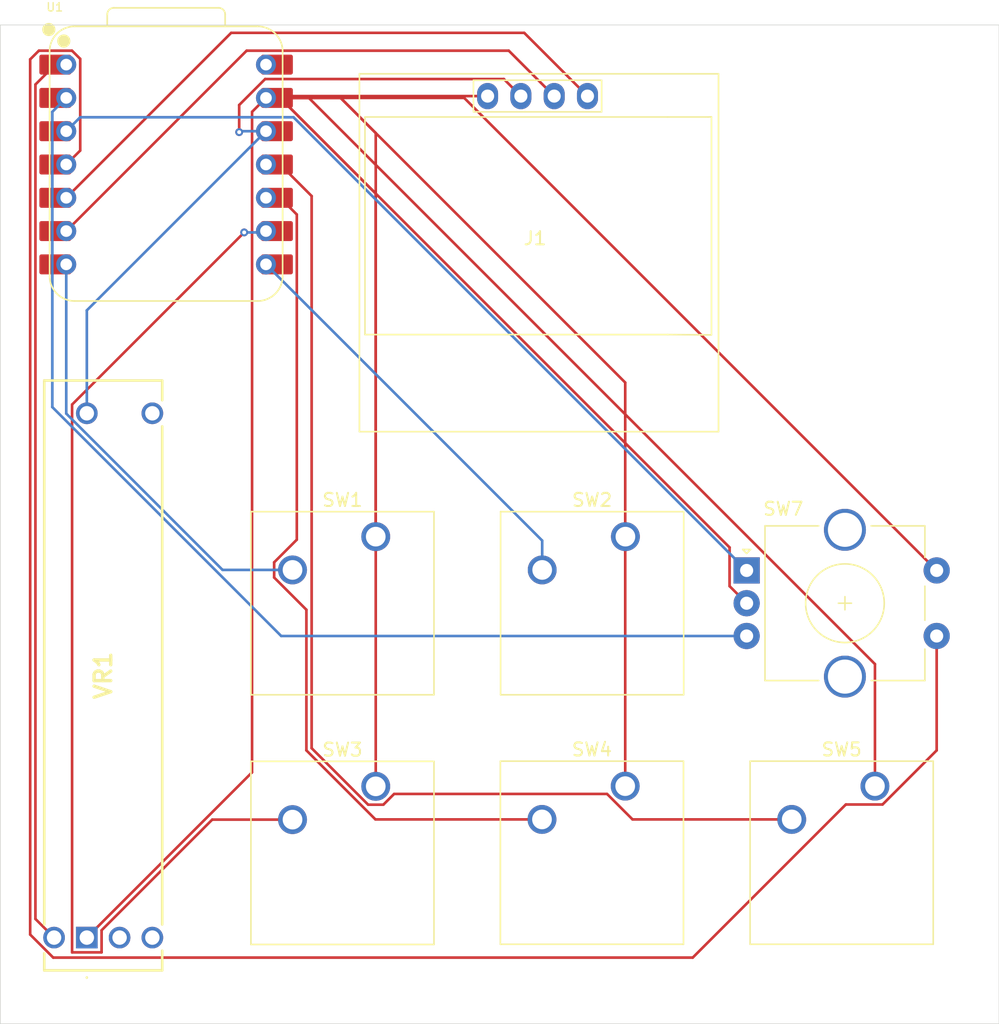
<source format=kicad_pcb>
(kicad_pcb (version 20241229) (generator "pcbnew") (generator_version "9.0")
  (layers (0 "F.Cu" signal) (2 "B.Cu" signal) (13 "F.Paste" user) (15 "B.Paste" user) (5 "F.SilkS" user "F.Silkscreen") (7 "B.SilkS" user "B.Silkscreen") (1 "F.Mask" user) (3 "B.Mask" user) (25 "Edge.Cuts" user))
  (net 0 "")
  (net 1 "Net-(J1-Pin_3)")
  (net 2 "GND")
  (net 3 "Net-(J1-Pin_4)")
  (net 4 "+3.3V")
  (net 5 "Net-(U1-GPIO0{slash}TX)")
  (net 6 "Net-(U1-GPIO1{slash}RX)")
  (net 7 "Net-(U1-GPIO2{slash}SCK)")
  (net 8 "Net-(U1-GPIO4{slash}MISO)")
  (net 9 "Net-(U1-GPIO3{slash}MOSI)")
  (net 10 "Net-(U1-GPIO28{slash}ADC2{slash}A2)")
  (net 11 "Net-(U1-GPIO29{slash}ADC3{slash}A3)")
  (net 12 "Net-(U1-GPIO27{slash}ADC1{slash}A1)")
  (net 13 "Net-(U1-GPIO26{slash}ADC0{slash}A0)")
  (footprint "pot:PTL3015R1104B2" (layer "F.Cu") (at 106.6 103.625 90)
    (property "Reference" "VR1" (at 20 1.25 90) (layer "F.SilkS") (effects (font (size 1.27 1.27) (thickness 0.254))))
    (property "Value" "PTL30-15R1-104B2" (hide yes))
    (fp_line (start 42.5 -3.25) (end 42.5 5.75) (stroke (width 0.2)) (layer "F.SilkS"))
    (fp_line (start 1 -3.25) (end 42.5 -3.25) (stroke (width 0.2)) (layer "F.SilkS"))
    (fp_line (start -1.2 -3.25) (end -2.5 -3.25) (stroke (width 0.2)) (layer "F.SilkS"))
    (fp_line (start -2.5 -3.25) (end -2.5 5.75) (stroke (width 0.2)) (layer "F.SilkS"))
    (fp_line (start -3 0) (end -3 0) (stroke (width 0.1)) (layer "F.SilkS"))
    (fp_line (start -3.1 0) (end -3.1 0) (stroke (width 0.1)) (layer "F.SilkS"))
    (fp_line (start 42.5 5.75) (end 41 5.75) (stroke (width 0.2)) (layer "F.SilkS"))
    (fp_line (start 39 5.75) (end 1 5.75) (stroke (width 0.2)) (layer "F.SilkS"))
    (fp_line (start -2.5 5.75) (end -1 5.75) (stroke (width 0.2)) (layer "F.SilkS"))
    (fp_arc (start -3 0) (mid -3.05 0.05) (end -3.1 0) (stroke (width 0.1)) (layer "F.SilkS"))
    (fp_arc (start -3.1 0) (mid -3.05 -0.05) (end -3 0) (stroke (width 0.1)) (layer "F.SilkS"))
    (pad "1" thru_hole rect (at 0 0 90) (size 1.65 1.65) (drill 1.1) (layers "*.Cu" "*.Mask") (net 2 "GND"))
    (pad "2" thru_hole circle (at 0 -2.5 90) (size 1.65 1.65) (drill 1.1) (layers "*.Cu" "*.Mask") (net 13 "Net-(U1-GPIO26{slash}ADC0{slash}A0)"))
    (pad "3" thru_hole circle (at 40 0 90) (size 1.65 1.65) (drill 1.1) (layers "*.Cu" "*.Mask") (net 4 "+3.3V"))
    (pad "B1" thru_hole circle (at 40 5 90) (size 1.65 1.65) (drill 1.1) (layers "*.Cu" "*.Mask"))
    (pad "E1" thru_hole circle (at 0 5 90) (size 1.65 1.65) (drill 1.1) (layers "*.Cu" "*.Mask"))
    (pad "L1" thru_hole circle (at 0 2.5 90) (size 1.65 1.65) (drill 1.1) (layers "*.Cu" "*.Mask"))
  )
  (footprint "Personal:SW_Cherry_MX_1.00u_PCB_SWITCHON" (layer "F.Cu") (at 128.645 73.035)
    (property "Reference" "SW1" (at -2.54 -2.794 0) (layer "F.SilkS"))
    (property "Value" "SW_Push_45deg")
    (fp_line (start -9.525 -1.905) (end 4.445 -1.905) (stroke (width 0.12)) (layer "F.SilkS"))
    (fp_line (start -9.525 12.065) (end -9.525 -1.905) (stroke (width 0.12)) (layer "F.SilkS"))
    (fp_line (start 4.445 -1.905) (end 4.445 12.065) (stroke (width 0.12)) (layer "F.SilkS"))
    (fp_line (start 4.445 12.065) (end -9.525 12.065) (stroke (width 0.12)) (layer "F.SilkS"))
    (pad "" np_thru_hole circle (at -7.62 5.08) (size 1.7 1.7) (drill 1.7) (layers "*.Cu" "*.Mask"))
    (pad "" np_thru_hole circle (at -2.54 5.08) (size 4 4) (drill 4) (layers "*.Cu" "*.Mask"))
    (pad "" np_thru_hole circle (at 2.54 5.08) (size 1.7 1.7) (drill 1.7) (layers "*.Cu" "*.Mask"))
    (pad "1" thru_hole circle (at 0 0) (size 2.2 2.2) (drill 1.5) (layers "*.Cu" "*.Mask") (net 2 "GND"))
    (pad "2" thru_hole circle (at -6.35 2.54) (size 2.2 2.2) (drill 1.5) (layers "*.Cu" "*.Mask") (net 5 "Net-(U1-GPIO0{slash}TX)"))
  )
  (footprint "Rotary_Encoder:RotaryEncoder_Alps_EC11E-Switch_Vertical_H20mm_CircularMountingHoles" (layer "F.Cu") (at 156.945 75.615)
    (property "Reference" "SW7" (at 2.8 -4.7 0) (layer "F.SilkS"))
    (property "Value" "RotaryEncoder_Switch")
    (fp_line (start -0.3 -1.6) (end 0.3 -1.6) (stroke (width 0.12)) (layer "F.SilkS"))
    (fp_line (start 0 -1.3) (end -0.3 -1.6) (stroke (width 0.12)) (layer "F.SilkS"))
    (fp_line (start 0.3 -1.6) (end 0 -1.3) (stroke (width 0.12)) (layer "F.SilkS"))
    (fp_line (start 1.4 -3.4) (end 1.4 8.4) (stroke (width 0.12)) (layer "F.SilkS"))
    (fp_line (start 5.5 -3.4) (end 1.4 -3.4) (stroke (width 0.12)) (layer "F.SilkS"))
    (fp_line (start 5.5 8.4) (end 1.4 8.4) (stroke (width 0.12)) (layer "F.SilkS"))
    (fp_line (start 7 2.5) (end 8 2.5) (stroke (width 0.12)) (layer "F.SilkS"))
    (fp_line (start 7.5 2) (end 7.5 3) (stroke (width 0.12)) (layer "F.SilkS"))
    (fp_line (start 9.5 -3.4) (end 13.6 -3.4) (stroke (width 0.12)) (layer "F.SilkS"))
    (fp_line (start 13.6 -3.4) (end 13.6 -1) (stroke (width 0.12)) (layer "F.SilkS"))
    (fp_line (start 13.6 1.2) (end 13.6 3.8) (stroke (width 0.12)) (layer "F.SilkS"))
    (fp_line (start 13.6 6) (end 13.6 8.4) (stroke (width 0.12)) (layer "F.SilkS"))
    (fp_line (start 13.6 8.4) (end 9.5 8.4) (stroke (width 0.12)) (layer "F.SilkS"))
    (fp_circle (center 7.5 2.5) (end 10.5 2.5) (stroke (width 0.12)) (fill no) (layer "F.SilkS"))
    (pad "A" thru_hole rect (at 0 0) (size 2 2) (drill 1) (layers "*.Cu" "*.Mask") (net 10 "Net-(U1-GPIO28{slash}ADC2{slash}A2)"))
    (pad "B" thru_hole circle (at 0 5) (size 2 2) (drill 1) (layers "*.Cu" "*.Mask") (net 12 "Net-(U1-GPIO27{slash}ADC1{slash}A1)"))
    (pad "C" thru_hole circle (at 0 2.5) (size 2 2) (drill 1) (layers "*.Cu" "*.Mask") (net 2 "GND"))
    (pad "MP" thru_hole circle (at 7.5 -3.1) (size 3.2 3.2) (drill 2.6) (layers "*.Cu" "*.Mask"))
    (pad "MP" thru_hole circle (at 7.5 8.1) (size 3.2 3.2) (drill 2.6) (layers "*.Cu" "*.Mask"))
    (pad "S1" thru_hole circle (at 14.5 5) (size 2 2) (drill 1) (layers "*.Cu" "*.Mask") (net 11 "Net-(U1-GPIO29{slash}ADC3{slash}A3)"))
    (pad "S2" thru_hole circle (at 14.5 0) (size 2 2) (drill 1) (layers "*.Cu" "*.Mask") (net 2 "GND"))
  )
  (footprint "Personal:SW_Cherry_MX_1.00u_PCB_SWITCHON" (layer "F.Cu") (at 128.645 92.085)
    (property "Reference" "SW3" (at -2.54 -2.794 0) (layer "F.SilkS"))
    (property "Value" "SW_Push_45deg")
    (fp_line (start -9.525 -1.905) (end 4.445 -1.905) (stroke (width 0.12)) (layer "F.SilkS"))
    (fp_line (start -9.525 12.065) (end -9.525 -1.905) (stroke (width 0.12)) (layer "F.SilkS"))
    (fp_line (start 4.445 -1.905) (end 4.445 12.065) (stroke (width 0.12)) (layer "F.SilkS"))
    (fp_line (start 4.445 12.065) (end -9.525 12.065) (stroke (width 0.12)) (layer "F.SilkS"))
    (pad "" np_thru_hole circle (at -7.62 5.08) (size 1.7 1.7) (drill 1.7) (layers "*.Cu" "*.Mask"))
    (pad "" np_thru_hole circle (at -2.54 5.08) (size 4 4) (drill 4) (layers "*.Cu" "*.Mask"))
    (pad "" np_thru_hole circle (at 2.54 5.08) (size 1.7 1.7) (drill 1.7) (layers "*.Cu" "*.Mask"))
    (pad "1" thru_hole circle (at 0 0) (size 2.2 2.2) (drill 1.5) (layers "*.Cu" "*.Mask") (net 2 "GND"))
    (pad "2" thru_hole circle (at -6.35 2.54) (size 2.2 2.2) (drill 1.5) (layers "*.Cu" "*.Mask") (net 7 "Net-(U1-GPIO2{slash}SCK)"))
  )
  (footprint "Personal:SW_Cherry_MX_1.00u_PCB_SWITCHON" (layer "F.Cu") (at 147.695 73.035)
    (property "Reference" "SW2" (at -2.54 -2.794 0) (layer "F.SilkS"))
    (property "Value" "SW_Push_45deg")
    (fp_line (start -9.525 -1.905) (end 4.445 -1.905) (stroke (width 0.12)) (layer "F.SilkS"))
    (fp_line (start -9.525 12.065) (end -9.525 -1.905) (stroke (width 0.12)) (layer "F.SilkS"))
    (fp_line (start 4.445 -1.905) (end 4.445 12.065) (stroke (width 0.12)) (layer "F.SilkS"))
    (fp_line (start 4.445 12.065) (end -9.525 12.065) (stroke (width 0.12)) (layer "F.SilkS"))
    (pad "" np_thru_hole circle (at -7.62 5.08) (size 1.7 1.7) (drill 1.7) (layers "*.Cu" "*.Mask"))
    (pad "" np_thru_hole circle (at -2.54 5.08) (size 4 4) (drill 4) (layers "*.Cu" "*.Mask"))
    (pad "" np_thru_hole circle (at 2.54 5.08) (size 1.7 1.7) (drill 1.7) (layers "*.Cu" "*.Mask"))
    (pad "1" thru_hole circle (at 0 0) (size 2.2 2.2) (drill 1.5) (layers "*.Cu" "*.Mask") (net 2 "GND"))
    (pad "2" thru_hole circle (at -6.35 2.54) (size 2.2 2.2) (drill 1.5) (layers "*.Cu" "*.Mask") (net 6 "Net-(U1-GPIO1{slash}RX)"))
  )
  (footprint "xiao:XIAO-RP2040-DIP" (layer "F.Cu") (at 112.65 44.6435)
    (property "Reference" "U1" (at -8.5 -12 0) (layer "F.SilkS") (effects (font (size 0.635 0.635) (thickness 0.1016))))
    (property "Value" "XIAO-RP2040-DIP")
    (fp_line (start -8.89 8.509) (end -8.89 -8.636) (stroke (width 0.127)) (layer "F.SilkS"))
    (fp_line (start -6.985 10.414) (end 6.985 10.414) (stroke (width 0.127)) (layer "F.SilkS"))
    (fp_line (start -4.495 -10.541) (end -4.491272 -11.451272) (stroke (width 0.127)) (layer "F.SilkS"))
    (fp_line (start -3.991272 -11.951) (end 4.004 -11.951) (stroke (width 0.127)) (layer "F.SilkS"))
    (fp_line (start 4.504 -11.451) (end 4.504 -10.541) (stroke (width 0.127)) (layer "F.SilkS"))
    (fp_line (start 6.985 -10.541) (end -6.985 -10.541) (stroke (width 0.1)) (layer "F.SilkS"))
    (fp_line (start 6.985 -10.541) (end -6.985 -10.541) (stroke (width 0.127)) (layer "F.SilkS"))
    (fp_line (start 8.89 8.509) (end 8.89 -8.636) (stroke (width 0.127)) (layer "F.SilkS"))
    (fp_arc (start -8.89 -8.636) (mid -8.332038 -9.983038) (end -6.985 -10.541) (stroke (width 0.127)) (layer "F.SilkS"))
    (fp_arc (start -6.985 10.414) (mid -8.332038 9.856038) (end -8.89 8.509) (stroke (width 0.127)) (layer "F.SilkS"))
    (fp_arc (start -4.491272 -11.451272) (mid -4.344728 -11.80464) (end -3.991272 -11.951) (stroke (width 0.127)) (layer "F.SilkS"))
    (fp_arc (start 4.004 -11.951) (mid 4.357553 -11.804553) (end 4.504 -11.451) (stroke (width 0.127)) (layer "F.SilkS"))
    (fp_arc (start 6.985 -10.541) (mid 8.332038 -9.983038) (end 8.89 -8.636) (stroke (width 0.127)) (layer "F.SilkS"))
    (fp_arc (start 8.89 8.509) (mid 8.332038 9.856038) (end 6.985 10.414) (stroke (width 0.127)) (layer "F.SilkS"))
    (fp_circle (center -8.95 -10.3) (end -8.95 -10.554) (stroke (width 0.5)) (fill yes) (layer "F.SilkS"))
    (fp_circle (center -7.807 -9.42) (end -7.807 -9.674) (stroke (width 0.5)) (fill yes) (layer "F.SilkS"))
    (pad "1" smd roundrect (at -8.455 -7.62 180) (size 2.432 1.524) (layers "F.Cu" "F.Mask") (roundrect_rratio 0.1) (net 13 "Net-(U1-GPIO26{slash}ADC0{slash}A0)"))
    (pad "1" thru_hole circle (at -7.62 -7.62 180) (size 1.524 1.524) (drill 0.889) (layers "*.Cu" "*.Mask") (net 13 "Net-(U1-GPIO26{slash}ADC0{slash}A0)"))
    (pad "2" smd roundrect (at -8.455 -5.08 180) (size 2.432 1.524) (layers "F.Cu" "F.Mask") (roundrect_rratio 0.1) (net 12 "Net-(U1-GPIO27{slash}ADC1{slash}A1)"))
    (pad "2" thru_hole circle (at -7.62 -5.08 180) (size 1.524 1.524) (drill 0.889) (layers "*.Cu" "*.Mask") (net 12 "Net-(U1-GPIO27{slash}ADC1{slash}A1)"))
    (pad "3" smd roundrect (at -8.455 -2.54 180) (size 2.432 1.524) (layers "F.Cu" "F.Mask") (roundrect_rratio 0.1) (net 10 "Net-(U1-GPIO28{slash}ADC2{slash}A2)"))
    (pad "3" thru_hole circle (at -7.62 -2.54 180) (size 1.524 1.524) (drill 0.889) (layers "*.Cu" "*.Mask") (net 10 "Net-(U1-GPIO28{slash}ADC2{slash}A2)"))
    (pad "4" smd roundrect (at -8.455 0 180) (size 2.432 1.524) (layers "F.Cu" "F.Mask") (roundrect_rratio 0.1) (net 11 "Net-(U1-GPIO29{slash}ADC3{slash}A3)"))
    (pad "4" thru_hole circle (at -7.62 0 180) (size 1.524 1.524) (drill 0.889) (layers "*.Cu" "*.Mask") (net 11 "Net-(U1-GPIO29{slash}ADC3{slash}A3)"))
    (pad "5" smd roundrect (at -8.455 2.54 180) (size 2.432 1.524) (layers "F.Cu" "F.Mask") (roundrect_rratio 0.1) (net 3 "Net-(J1-Pin_4)"))
    (pad "5" thru_hole circle (at -7.62 2.54 180) (size 1.524 1.524) (drill 0.889) (layers "*.Cu" "*.Mask") (net 3 "Net-(J1-Pin_4)"))
    (pad "6" smd roundrect (at -8.455 5.08 180) (size 2.432 1.524) (layers "F.Cu" "F.Mask") (roundrect_rratio 0.1) (net 1 "Net-(J1-Pin_3)"))
    (pad "6" thru_hole circle (at -7.62 5.08 180) (size 1.524 1.524) (drill 0.889) (layers "*.Cu" "*.Mask") (net 1 "Net-(J1-Pin_3)"))
    (pad "7" smd roundrect (at -8.455 7.62 180) (size 2.432 1.524) (layers "F.Cu" "F.Mask") (roundrect_rratio 0.1) (net 5 "Net-(U1-GPIO0{slash}TX)"))
    (pad "7" thru_hole circle (at -7.62 7.62 180) (size 1.524 1.524) (drill 0.889) (layers "*.Cu" "*.Mask") (net 5 "Net-(U1-GPIO0{slash}TX)"))
    (pad "8" thru_hole circle (at 7.62 7.62) (size 1.524 1.524) (drill 0.889) (layers "*.Cu" "*.Mask") (net 6 "Net-(U1-GPIO1{slash}RX)"))
    (pad "8" smd roundrect (at 8.455 7.62) (size 2.432 1.524) (layers "F.Cu" "F.Mask") (roundrect_rratio 0.1) (net 6 "Net-(U1-GPIO1{slash}RX)"))
    (pad "9" thru_hole circle (at 7.62 5.08) (size 1.524 1.524) (drill 0.889) (layers "*.Cu" "*.Mask") (net 7 "Net-(U1-GPIO2{slash}SCK)"))
    (pad "9" smd roundrect (at 8.455 5.08) (size 2.432 1.524) (layers "F.Cu" "F.Mask") (roundrect_rratio 0.1) (net 7 "Net-(U1-GPIO2{slash}SCK)"))
    (pad "10" thru_hole circle (at 7.62 2.54) (size 1.524 1.524) (drill 0.889) (layers "*.Cu" "*.Mask") (net 8 "Net-(U1-GPIO4{slash}MISO)"))
    (pad "10" smd roundrect (at 8.455 2.54) (size 2.432 1.524) (layers "F.Cu" "F.Mask") (roundrect_rratio 0.1) (net 8 "Net-(U1-GPIO4{slash}MISO)"))
    (pad "11" thru_hole circle (at 7.62 0) (size 1.524 1.524) (drill 0.889) (layers "*.Cu" "*.Mask") (net 9 "Net-(U1-GPIO3{slash}MOSI)"))
    (pad "11" smd roundrect (at 8.455 0) (size 2.432 1.524) (layers "F.Cu" "F.Mask") (roundrect_rratio 0.1) (net 9 "Net-(U1-GPIO3{slash}MOSI)"))
    (pad "12" thru_hole circle (at 7.62 -2.54) (size 1.524 1.524) (drill 0.889) (layers "*.Cu" "*.Mask") (net 4 "+3.3V"))
    (pad "12" smd roundrect (at 8.455 -2.54) (size 2.432 1.524) (layers "F.Cu" "F.Mask") (roundrect_rratio 0.1) (net 4 "+3.3V"))
    (pad "13" thru_hole circle (at 7.62 -5.08) (size 1.524 1.524) (drill 0.889) (layers "*.Cu" "*.Mask") (net 2 "GND"))
    (pad "13" smd roundrect (at 8.455 -5.08) (size 2.432 1.524) (layers "F.Cu" "F.Mask") (roundrect_rratio 0.1) (net 2 "GND"))
    (pad "14" thru_hole circle (at 7.62 -7.62) (size 1.524 1.524) (drill 0.889) (layers "*.Cu" "*.Mask"))
    (pad "14" smd roundrect (at 8.455 -7.62) (size 2.432 1.524) (layers "F.Cu" "F.Mask") (roundrect_rratio 0.1))
  )
  (footprint "Personal:SW_Cherry_MX_1.00u_PCB_SWITCHON" (layer "F.Cu") (at 147.68 92.07)
    (property "Reference" "SW4" (at -2.54 -2.794 0) (layer "F.SilkS"))
    (property "Value" "SW_Push_45deg")
    (fp_line (start -9.525 -1.905) (end 4.445 -1.905) (stroke (width 0.12)) (layer "F.SilkS"))
    (fp_line (start -9.525 12.065) (end -9.525 -1.905) (stroke (width 0.12)) (layer "F.SilkS"))
    (fp_line (start 4.445 -1.905) (end 4.445 12.065) (stroke (width 0.12)) (layer "F.SilkS"))
    (fp_line (start 4.445 12.065) (end -9.525 12.065) (stroke (width 0.12)) (layer "F.SilkS"))
    (pad "" np_thru_hole circle (at -7.62 5.08) (size 1.7 1.7) (drill 1.7) (layers "*.Cu" "*.Mask"))
    (pad "" np_thru_hole circle (at -2.54 5.08) (size 4 4) (drill 4) (layers "*.Cu" "*.Mask"))
    (pad "" np_thru_hole circle (at 2.54 5.08) (size 1.7 1.7) (drill 1.7) (layers "*.Cu" "*.Mask"))
    (pad "1" thru_hole circle (at 0 0) (size 2.2 2.2) (drill 1.5) (layers "*.Cu" "*.Mask") (net 2 "GND"))
    (pad "2" thru_hole circle (at -6.35 2.54) (size 2.2 2.2) (drill 1.5) (layers "*.Cu" "*.Mask") (net 8 "Net-(U1-GPIO4{slash}MISO)"))
  )
  (footprint "Personal:SW_Cherry_MX_1.00u_PCB_SWITCHON" (layer "F.Cu") (at 166.735 92.07)
    (property "Reference" "SW5" (at -2.54 -2.794 0) (layer "F.SilkS"))
    (property "Value" "SW_Push_45deg")
    (fp_line (start -9.525 -1.905) (end 4.445 -1.905) (stroke (width 0.12)) (layer "F.SilkS"))
    (fp_line (start -9.525 12.065) (end -9.525 -1.905) (stroke (width 0.12)) (layer "F.SilkS"))
    (fp_line (start 4.445 -1.905) (end 4.445 12.065) (stroke (width 0.12)) (layer "F.SilkS"))
    (fp_line (start 4.445 12.065) (end -9.525 12.065) (stroke (width 0.12)) (layer "F.SilkS"))
    (pad "" np_thru_hole circle (at -7.62 5.08) (size 1.7 1.7) (drill 1.7) (layers "*.Cu" "*.Mask"))
    (pad "" np_thru_hole circle (at -2.54 5.08) (size 4 4) (drill 4) (layers "*.Cu" "*.Mask"))
    (pad "" np_thru_hole circle (at 2.54 5.08) (size 1.7 1.7) (drill 1.7) (layers "*.Cu" "*.Mask"))
    (pad "1" thru_hole circle (at 0 0) (size 2.2 2.2) (drill 1.5) (layers "*.Cu" "*.Mask") (net 2 "GND"))
    (pad "2" thru_hole circle (at -6.35 2.54) (size 2.2 2.2) (drill 1.5) (layers "*.Cu" "*.Mask") (net 9 "Net-(U1-GPIO3{slash}MOSI)"))
  )
  (footprint "oled:128x64OLED" (layer "F.Cu") (at 140.8 50.025)
    (property "Reference" "J1" (at 0 0.254 0) (layer "F.SilkS"))
    (property "Value" "Conn_01x04_Pin")
    (fp_line (start -13.4 -12.3) (end 14 -12.3) (stroke (width 0.12)) (layer "F.SilkS"))
    (fp_line (start -13.4 15) (end -13.4 -12.3) (stroke (width 0.12)) (layer "F.SilkS"))
    (fp_line (start -12.978 -9.005) (end 10.122 -9.005) (stroke (width 0.12)) (layer "F.SilkS"))
    (fp_line (start -12.978 7.595) (end -12.978 -9.005) (stroke (width 0.12)) (layer "F.SilkS"))
    (fp_line (start -4.699 -11.811) (end -4.699 -9.398) (stroke (width 0.12)) (layer "F.SilkS"))
    (fp_line (start -4.699 -11.811) (end 5.08 -11.811) (stroke (width 0.12)) (layer "F.SilkS"))
    (fp_line (start 5.08 -11.811) (end 5.08 -9.398) (stroke (width 0.12)) (layer "F.SilkS"))
    (fp_line (start 5.08 -9.398) (end -4.699 -9.398) (stroke (width 0.12)) (layer "F.SilkS"))
    (fp_line (start 10.122 -9.005) (end 13.208 -9.005) (stroke (width 0.12)) (layer "F.SilkS"))
    (fp_line (start 10.122 7.595) (end -12.978 7.595) (stroke (width 0.12)) (layer "F.SilkS"))
    (fp_line (start 10.122 7.595) (end 13.462 7.62) (stroke (width 0.12)) (layer "F.SilkS"))
    (fp_line (start 13.462 -9.017) (end 13.208 -9.005) (stroke (width 0.12)) (layer "F.SilkS"))
    (fp_line (start 13.462 7.62) (end 13.462 -9.017) (stroke (width 0.12)) (layer "F.SilkS"))
    (fp_line (start 14 -12.3) (end 14 15) (stroke (width 0.12)) (layer "F.SilkS"))
    (fp_line (start 14 15) (end -13.4 15) (stroke (width 0.12)) (layer "F.SilkS"))
    (pad "1" thru_hole oval (at -3.62 -10.6 90) (size 2 1.6) (drill 1) (layers "*.Cu" "*.Mask") (net 2 "GND"))
    (pad "2" thru_hole oval (at -1.08 -10.6 90) (size 2 1.6) (drill 1) (layers "*.Cu" "*.Mask") (net 4 "+3.3V"))
    (pad "3" thru_hole oval (at 1.46 -10.6 90) (size 2 1.6) (drill 1) (layers "*.Cu" "*.Mask") (net 1 "Net-(J1-Pin_3)"))
    (pad "4" thru_hole oval (at 4 -10.6 90) (size 2 1.6) (drill 1) (layers "*.Cu" "*.Mask") (net 3 "Net-(J1-Pin_4)"))
  )
  (gr_rect (start 100 34) (end 176.2 110.2) (stroke (width 0.05)) (fill no) (layer "Edge.Cuts"))
  (segment (start 142.26 39.425) (end 138.7955 35.9605) (width 0.2) (layer "F.Cu") (net 1))
  (segment (start 118.793 35.9605) (end 105.03 49.7235) (width 0.2) (layer "F.Cu") (net 1))
  (segment (start 138.7955 35.9605) (end 118.793 35.9605) (width 0.2) (layer "F.Cu") (net 1))
  (segment (start 123.5385 39.5635) (end 120.27 39.5635) (width 0.2) (layer "F.Cu") (net 2))
  (segment (start 155.644 76.814) (end 155.644 73.85987) (width 0.2) (layer "F.Cu") (net 2))
  (segment (start 121.34763 39.5635) (end 121.105 39.5635) (width 0.2) (layer "F.Cu") (net 2))
  (segment (start 106.6 103.625) (end 119.207 91.018) (width 0.2) (layer "F.Cu") (net 2))
  (segment (start 121.34763 39.5635) (end 120.27 39.5635) (width 0.2) (layer "F.Cu") (net 2))
  (segment (start 135.3935 39.5635) (end 120.27 39.5635) (width 0.2) (layer "F.Cu") (net 2))
  (segment (start 147.68 61.279874) (end 125.963626 39.5635) (width 0.2) (layer "F.Cu") (net 2))
  (segment (start 156.945 78.115) (end 155.644 76.814) (width 0.2) (layer "F.Cu") (net 2))
  (segment (start 137.18 39.425) (end 121.2435 39.425) (width 0.2) (layer "F.Cu") (net 2))
  (segment (start 121.2435 39.425) (end 121.105 39.5635) (width 0.2) (layer "F.Cu") (net 2))
  (segment (start 166.735 92.07) (end 166.735 82.76) (width 0.2) (layer "F.Cu") (net 2))
  (segment (start 166.735 82.76) (end 123.5385 39.5635) (width 0.2) (layer "F.Cu") (net 2))
  (segment (start 155.644 73.85987) (end 121.34763 39.5635) (width 0.2) (layer "F.Cu") (net 2))
  (segment (start 128.645 42.244874) (end 125.963626 39.5635) (width 0.2) (layer "F.Cu") (net 2))
  (segment (start 119.207 91.018) (end 119.207 40.6265) (width 0.2) (layer "F.Cu") (net 2))
  (segment (start 128.645 73.035) (end 128.645 46.86087) (width 0.2) (layer "F.Cu") (net 2))
  (segment (start 128.645 92.085) (end 128.645 42.244874) (width 0.2) (layer "F.Cu") (net 2))
  (segment (start 119.207 40.6265) (end 120.27 39.5635) (width 0.2) (layer "F.Cu") (net 2))
  (segment (start 171.445 75.615) (end 135.3935 39.5635) (width 0.2) (layer "F.Cu") (net 2))
  (segment (start 125.963626 39.5635) (end 120.27 39.5635) (width 0.2) (layer "F.Cu") (net 2))
  (segment (start 128.645 46.86087) (end 121.34763 39.5635) (width 0.2) (layer "F.Cu") (net 2))
  (segment (start 147.68 92.07) (end 147.68 61.279874) (width 0.2) (layer "F.Cu") (net 2))
  (segment (start 117.6135 34.6) (end 105.03 47.1835) (width 0.2) (layer "F.Cu") (net 3))
  (segment (start 144.8 39.425) (end 139.975 34.6) (width 0.2) (layer "F.Cu") (net 3))
  (segment (start 139.975 34.6) (end 117.6135 34.6) (width 0.2) (layer "F.Cu") (net 3))
  (segment (start 120.20619 38.124) (end 118.225 40.10519) (width 0.2) (layer "F.Cu") (net 4))
  (segment (start 139.72 39.425) (end 138.419 38.124) (width 0.2) (layer "F.Cu") (net 4))
  (segment (start 118.225 40.10519) (end 118.225 42.175) (width 0.2) (layer "F.Cu") (net 4))
  (segment (start 138.419 38.124) (end 120.20619 38.124) (width 0.2) (layer "F.Cu") (net 4))
  (via (at 118.225 42.175) (size 0.6) (drill 0.3) (layers "F.Cu" "B.Cu") (net 4))
  (segment (start 106.6 63.625) (end 106.6 55.7735) (width 0.2) (layer "B.Cu") (net 4))
  (segment (start 118.225 42.175) (end 118.2965 42.1035) (width 0.2) (layer "B.Cu") (net 4))
  (segment (start 106.6 55.7735) (end 120.27 42.1035) (width 0.2) (layer "B.Cu") (net 4))
  (segment (start 118.2965 42.1035) (end 120.27 42.1035) (width 0.2) (layer "B.Cu") (net 4))
  (segment (start 122.295 75.575) (end 116.957595 75.575) (width 0.2) (layer "B.Cu") (net 5))
  (segment (start 105.03 63.647405) (end 105.03 52.2635) (width 0.2) (layer "B.Cu") (net 5))
  (segment (start 116.957595 75.575) (end 105.03 63.647405) (width 0.2) (layer "B.Cu") (net 5))
  (segment (start 141.345 73.3385) (end 120.27 52.2635) (width 0.2) (layer "B.Cu") (net 6))
  (segment (start 141.345 75.575) (end 141.345 73.3385) (width 0.2) (layer "B.Cu") (net 6))
  (segment (start 105.474 62.958) (end 118.607 49.825) (width 0.2) (layer "F.Cu") (net 7))
  (segment (start 122.295 94.625) (end 116.1671 94.625) (width 0.2) (layer "F.Cu") (net 7))
  (segment (start 116.1671 94.625) (end 107.726 103.0661) (width 0.2) (layer "F.Cu") (net 7))
  (segment (start 107.726 103.0661) (end 107.726 104.751) (width 0.2) (layer "F.Cu") (net 7))
  (segment (start 105.474 104.751) (end 105.474 62.958) (width 0.2) (layer "F.Cu") (net 7))
  (segment (start 107.726 104.751) (end 105.474 104.751) (width 0.2) (layer "F.Cu") (net 7))
  (via (at 118.607 49.825) (size 0.6) (drill 0.3) (layers "F.Cu" "B.Cu") (net 7))
  (segment (start 120.1685 49.825) (end 120.27 49.7235) (width 0.2) (layer "B.Cu") (net 7))
  (segment (start 118.607 49.825) (end 120.1685 49.825) (width 0.2) (layer "B.Cu") (net 7))
  (segment (start 141.33 94.61) (end 128.621586 94.61) (width 0.2) (layer "F.Cu") (net 8))
  (segment (start 123.353 89.341414) (end 123.353 78.614314) (width 0.2) (layer "F.Cu") (net 8))
  (segment (start 122.622 48.45787) (end 121.34763 47.1835) (width 0.2) (layer "F.Cu") (net 8))
  (segment (start 122.622 73.266686) (end 122.622 48.45787) (width 0.2) (layer "F.Cu") (net 8))
  (segment (start 120.894 74.994686) (end 122.622 73.266686) (width 0.2) (layer "F.Cu") (net 8))
  (segment (start 121.34763 47.1835) (end 120.27 47.1835) (width 0.2) (layer "F.Cu") (net 8))
  (segment (start 120.894 76.155314) (end 120.894 74.994686) (width 0.2) (layer "F.Cu") (net 8))
  (segment (start 123.353 78.614314) (end 120.894 76.155314) (width 0.2) (layer "F.Cu") (net 8))
  (segment (start 128.621586 94.61) (end 123.353 89.341414) (width 0.2) (layer "F.Cu") (net 8))
  (segment (start 130.046 92.665314) (end 129.225314 93.486) (width 0.2) (layer "F.Cu") (net 9))
  (segment (start 128.064686 93.486) (end 123.754 89.175314) (width 0.2) (layer "F.Cu") (net 9))
  (segment (start 123.754 89.175314) (end 123.754 47.04987) (width 0.2) (layer "F.Cu") (net 9))
  (segment (start 148.238686 94.61) (end 146.294 92.665314) (width 0.2) (layer "F.Cu") (net 9))
  (segment (start 146.294 92.665314) (end 130.046 92.665314) (width 0.2) (layer "F.Cu") (net 9))
  (segment (start 121.34763 44.6435) (end 120.27 44.6435) (width 0.2) (layer "F.Cu") (net 9))
  (segment (start 129.225314 93.486) (end 128.064686 93.486) (width 0.2) (layer "F.Cu") (net 9))
  (segment (start 160.385 94.61) (end 148.238686 94.61) (width 0.2) (layer "F.Cu") (net 9))
  (segment (start 123.754 47.04987) (end 121.34763 44.6435) (width 0.2) (layer "F.Cu") (net 9))
  (segment (start 156.945 75.615) (end 122.3705 41.0405) (width 0.2) (layer "B.Cu") (net 10))
  (segment (start 106.093 41.0405) (end 105.03 42.1035) (width 0.2) (layer "B.Cu") (net 10))
  (segment (start 122.3705 41.0405) (end 106.093 41.0405) (width 0.2) (layer "B.Cu") (net 10))
  (segment (start 102.277 36.622874) (end 102.939374 35.9605) (width 0.2) (layer "F.Cu") (net 11))
  (segment (start 104.034595 105.152) (end 102.277 103.394405) (width 0.2) (layer "F.Cu") (net 11))
  (segment (start 105.47031 35.9605) (end 106.0964 36.58659) (width 0.2) (layer "F.Cu") (net 11))
  (segment (start 171.445 80.615) (end 171.445 89.341314) (width 0.2) (layer "F.Cu") (net 11))
  (segment (start 102.939374 35.9605) (end 105.47031 35.9605) (width 0.2) (layer "F.Cu") (net 11))
  (segment (start 106.0964 43.5771) (end 105.03 44.6435) (width 0.2) (layer "F.Cu") (net 11))
  (segment (start 102.277 103.394405) (end 102.277 36.622874) (width 0.2) (layer "F.Cu") (net 11))
  (segment (start 152.832314 105.152) (end 104.034595 105.152) (width 0.2) (layer "F.Cu") (net 11))
  (segment (start 171.445 89.341314) (end 167.315314 93.471) (width 0.2) (layer "F.Cu") (net 11))
  (segment (start 164.513314 93.471) (end 152.832314 105.152) (width 0.2) (layer "F.Cu") (net 11))
  (segment (start 106.0964 36.58659) (end 106.0964 43.5771) (width 0.2) (layer "F.Cu") (net 11))
  (segment (start 167.315314 93.471) (end 164.513314 93.471) (width 0.2) (layer "F.Cu") (net 11))
  (segment (start 156.945 80.615) (end 121.430495 80.615) (width 0.2) (layer "B.Cu") (net 12))
  (segment (start 103.967 63.151505) (end 103.967 40.6265) (width 0.2) (layer "B.Cu") (net 12))
  (segment (start 121.430495 80.615) (end 103.967 63.151505) (width 0.2) (layer "B.Cu") (net 12))
  (segment (start 103.967 40.6265) (end 105.03 39.5635) (width 0.2) (layer "B.Cu") (net 12))
  (segment (start 102.678 102.203) (end 102.678 38.5405) (width 0.2) (layer "F.Cu") (net 13))
  (segment (start 102.678 38.5405) (end 104.195 37.0235) (width 0.2) (layer "F.Cu") (net 13))
  (segment (start 104.1 103.625) (end 102.678 102.203) (width 0.2) (layer "F.Cu") (net 13))
)
</source>
